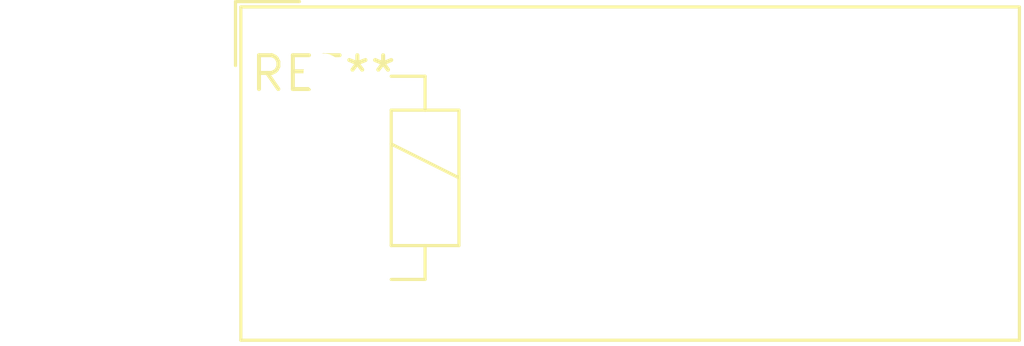
<source format=kicad_pcb>
(kicad_pcb (version 20240108) (generator pcbnew)
  (layers (0 "F.Cu" signal) (31 "B.Cu" signal) (34 "B.Paste" user) (35 "F.Paste" user) (36 "B.SilkS" user "B.Silkscreen") (37 "F.SilkS" user "F.Silkscreen") (38 "B.Mask" user) (39 "F.Mask" user) (44 "Edge.Cuts" user))
  (net 0 "")
  (footprint "Relay_SPDT_Finder_40.41" (layer "F.Cu") (at 0 0)
    (property "Reference" "REF**")
    (property "Value" "Relay_SPDT_Finder_40.41")
    (fp_line (start -3.3 -0.3) (end -3.3 -2.7) (layer "F.SilkS") (stroke (width 0.12)))
    (fp_line (start -3.1 -2.5) (end 26.1 -2.5) (layer "F.SilkS") (stroke (width 0.12)))
    (fp_line (start -3.1 10) (end -3.1 -2.5) (layer "F.SilkS") (stroke (width 0.12)))
    (fp_line (start -0.9 -2.7) (end -3.3 -2.7) (layer "F.SilkS") (stroke (width 0.12)))
    (fp_line (start 2.54 0.1) (end 3.81 0.1) (layer "F.SilkS") (stroke (width 0.12)))
    (fp_line (start 2.54 1.37) (end 3.81 1.37) (layer "F.SilkS") (stroke (width 0.12)))
    (fp_line (start 2.54 2.64) (end 5.08 3.91) (layer "F.SilkS") (stroke (width 0.12)))
    (fp_line (start 2.54 6.45) (end 2.54 1.37) (layer "F.SilkS") (stroke (width 0.12)))
    (fp_line (start 3.81 0.1) (end 3.81 1.37) (layer "F.SilkS") (stroke (width 0.12)))
    (fp_line (start 3.81 1.37) (end 5.08 1.37) (layer "F.SilkS") (stroke (width 0.12)))
    (fp_line (start 3.81 6.45) (end 3.81 7.72) (layer "F.SilkS") (stroke (width 0.12)))
    (fp_line (start 3.81 7.72) (end 2.54 7.72) (layer "F.SilkS") (stroke (width 0.12)))
    (fp_line (start 5.08 1.37) (end 5.08 6.45) (layer "F.SilkS") (stroke (width 0.12)))
    (fp_line (start 5.08 6.45) (end 2.54 6.45) (layer "F.SilkS") (stroke (width 0.12)))
    (fp_line (start 26.1 -2.5) (end 26.1 10) (layer "F.SilkS") (stroke (width 0.12)))
    (fp_line (start 26.1 10) (end -3.1 10) (layer "F.SilkS") (stroke (width 0.12)))
    (pad "11" thru_hole circle (at 20 0) (size 3 3) (drill 1.5) (layers *.Cu *.Mask) (remove_unused_layers))
    (pad "12" thru_hole circle (at 16.5 7.5) (size 3 3) (drill 1.5) (layers *.Cu *.Mask) (remove_unused_layers))
    (pad "14" thru_hole circle (at 23.5 7.5) (size 3 3) (drill 1.5) (layers *.Cu *.Mask) (remove_unused_layers))
    (pad "A1" thru_hole rect (at 0 0) (size 3 3) (drill 1.5) (layers *.Cu *.Mask) (remove_unused_layers))
    (pad "A2" thru_hole circle (at 0 7.5) (size 3 3) (drill 1.5) (layers *.Cu *.Mask) (remove_unused_layers))
  )
)
</source>
